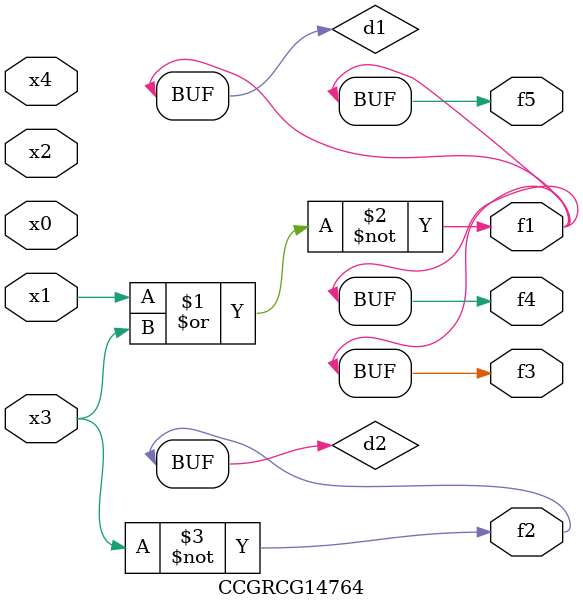
<source format=v>
module CCGRCG14764(
	input x0, x1, x2, x3, x4,
	output f1, f2, f3, f4, f5
);

	wire d1, d2;

	nor (d1, x1, x3);
	not (d2, x3);
	assign f1 = d1;
	assign f2 = d2;
	assign f3 = d1;
	assign f4 = d1;
	assign f5 = d1;
endmodule

</source>
